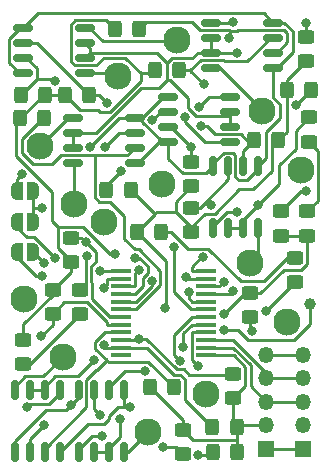
<source format=gbr>
G04 #@! TF.GenerationSoftware,KiCad,Pcbnew,8.0.7*
G04 #@! TF.CreationDate,2025-05-03T20:28:39+02:00*
G04 #@! TF.ProjectId,EM7SEG_DRIVER,454d3753-4547-45f4-9452-495645522e6b,rev?*
G04 #@! TF.SameCoordinates,Original*
G04 #@! TF.FileFunction,Copper,L2,Bot*
G04 #@! TF.FilePolarity,Positive*
%FSLAX46Y46*%
G04 Gerber Fmt 4.6, Leading zero omitted, Abs format (unit mm)*
G04 Created by KiCad (PCBNEW 8.0.7) date 2025-05-03 20:28:39*
%MOMM*%
%LPD*%
G01*
G04 APERTURE LIST*
G04 Aperture macros list*
%AMRoundRect*
0 Rectangle with rounded corners*
0 $1 Rounding radius*
0 $2 $3 $4 $5 $6 $7 $8 $9 X,Y pos of 4 corners*
0 Add a 4 corners polygon primitive as box body*
4,1,4,$2,$3,$4,$5,$6,$7,$8,$9,$2,$3,0*
0 Add four circle primitives for the rounded corners*
1,1,$1+$1,$2,$3*
1,1,$1+$1,$4,$5*
1,1,$1+$1,$6,$7*
1,1,$1+$1,$8,$9*
0 Add four rect primitives between the rounded corners*
20,1,$1+$1,$2,$3,$4,$5,0*
20,1,$1+$1,$4,$5,$6,$7,0*
20,1,$1+$1,$6,$7,$8,$9,0*
20,1,$1+$1,$8,$9,$2,$3,0*%
%AMFreePoly0*
4,1,19,0.500000,-0.750000,0.000000,-0.750000,0.000000,-0.744911,-0.071157,-0.744911,-0.207708,-0.704816,-0.327430,-0.627875,-0.420627,-0.520320,-0.479746,-0.390866,-0.500000,-0.250000,-0.500000,0.250000,-0.479746,0.390866,-0.420627,0.520320,-0.327430,0.627875,-0.207708,0.704816,-0.071157,0.744911,0.000000,0.744911,0.000000,0.750000,0.500000,0.750000,0.500000,-0.750000,0.500000,-0.750000,
$1*%
%AMFreePoly1*
4,1,19,0.000000,0.744911,0.071157,0.744911,0.207708,0.704816,0.327430,0.627875,0.420627,0.520320,0.479746,0.390866,0.500000,0.250000,0.500000,-0.250000,0.479746,-0.390866,0.420627,-0.520320,0.327430,-0.627875,0.207708,-0.704816,0.071157,-0.744911,0.000000,-0.744911,0.000000,-0.750000,-0.500000,-0.750000,-0.500000,0.750000,0.000000,0.750000,0.000000,0.744911,0.000000,0.744911,
$1*%
G04 Aperture macros list end*
G04 #@! TA.AperFunction,ComponentPad*
%ADD10C,2.300000*%
G04 #@! TD*
G04 #@! TA.AperFunction,SMDPad,CuDef*
%ADD11RoundRect,0.250000X0.450000X-0.325000X0.450000X0.325000X-0.450000X0.325000X-0.450000X-0.325000X0*%
G04 #@! TD*
G04 #@! TA.AperFunction,SMDPad,CuDef*
%ADD12RoundRect,0.150000X0.150000X-0.675000X0.150000X0.675000X-0.150000X0.675000X-0.150000X-0.675000X0*%
G04 #@! TD*
G04 #@! TA.AperFunction,SMDPad,CuDef*
%ADD13RoundRect,0.250000X-0.450000X0.325000X-0.450000X-0.325000X0.450000X-0.325000X0.450000X0.325000X0*%
G04 #@! TD*
G04 #@! TA.AperFunction,SMDPad,CuDef*
%ADD14RoundRect,0.250000X0.325000X0.450000X-0.325000X0.450000X-0.325000X-0.450000X0.325000X-0.450000X0*%
G04 #@! TD*
G04 #@! TA.AperFunction,SMDPad,CuDef*
%ADD15FreePoly0,0.000000*%
G04 #@! TD*
G04 #@! TA.AperFunction,SMDPad,CuDef*
%ADD16FreePoly1,0.000000*%
G04 #@! TD*
G04 #@! TA.AperFunction,SMDPad,CuDef*
%ADD17RoundRect,0.150000X0.675000X0.150000X-0.675000X0.150000X-0.675000X-0.150000X0.675000X-0.150000X0*%
G04 #@! TD*
G04 #@! TA.AperFunction,SMDPad,CuDef*
%ADD18RoundRect,0.150000X-0.675000X-0.150000X0.675000X-0.150000X0.675000X0.150000X-0.675000X0.150000X0*%
G04 #@! TD*
G04 #@! TA.AperFunction,ComponentPad*
%ADD19R,1.350000X1.350000*%
G04 #@! TD*
G04 #@! TA.AperFunction,ComponentPad*
%ADD20O,1.350000X1.350000*%
G04 #@! TD*
G04 #@! TA.AperFunction,SMDPad,CuDef*
%ADD21RoundRect,0.150000X-0.150000X0.675000X-0.150000X-0.675000X0.150000X-0.675000X0.150000X0.675000X0*%
G04 #@! TD*
G04 #@! TA.AperFunction,SMDPad,CuDef*
%ADD22RoundRect,0.250000X-0.325000X-0.450000X0.325000X-0.450000X0.325000X0.450000X-0.325000X0.450000X0*%
G04 #@! TD*
G04 #@! TA.AperFunction,SMDPad,CuDef*
%ADD23C,1.000000*%
G04 #@! TD*
G04 #@! TA.AperFunction,SMDPad,CuDef*
%ADD24R,1.750000X0.450000*%
G04 #@! TD*
G04 #@! TA.AperFunction,ViaPad*
%ADD25C,0.800000*%
G04 #@! TD*
G04 #@! TA.AperFunction,Conductor*
%ADD26C,0.250000*%
G04 #@! TD*
G04 APERTURE END LIST*
D10*
X40220900Y-29286200D03*
X35217100Y-32258000D03*
X47459900Y-35280600D03*
X50711100Y-40284400D03*
X46393100Y-48158400D03*
X49517300Y-53111400D03*
X37757100Y-62458600D03*
X42684700Y-59232800D03*
X30543500Y-56083200D03*
X27292300Y-51155600D03*
X31483300Y-43129200D03*
X28613100Y-38252400D03*
X39001700Y-41452800D03*
X34074100Y-44678600D03*
D11*
X46456600Y-52714000D03*
X46456600Y-50664000D03*
D12*
X35737800Y-64131100D03*
X34467800Y-64131100D03*
X33197800Y-64131100D03*
X31927800Y-64131100D03*
X31927800Y-58881100D03*
X33197800Y-58881100D03*
X34467800Y-58881100D03*
X35737800Y-58881100D03*
D13*
X27228800Y-54626400D03*
X27228800Y-56676400D03*
D11*
X32024300Y-52424400D03*
X32024300Y-50374400D03*
D14*
X45288200Y-62052200D03*
X43238200Y-62052200D03*
D11*
X44983400Y-59546600D03*
X44983400Y-57496600D03*
D15*
X26731200Y-44627800D03*
D16*
X28031200Y-44627800D03*
D17*
X32444600Y-28232100D03*
X32444600Y-29502100D03*
X32444600Y-30772100D03*
X32444600Y-32042100D03*
X27194600Y-32042100D03*
X27194600Y-30772100D03*
X27194600Y-29502100D03*
X27194600Y-28232100D03*
D18*
X43145800Y-31584900D03*
X43145800Y-30314900D03*
X43145800Y-29044900D03*
X43145800Y-27774900D03*
X48395800Y-27774900D03*
X48395800Y-29044900D03*
X48395800Y-30314900D03*
X48395800Y-31584900D03*
X31416100Y-39657000D03*
X31416100Y-38387000D03*
X31416100Y-37117000D03*
X31416100Y-35847000D03*
X36666100Y-35847000D03*
X36666100Y-37117000D03*
X36666100Y-38387000D03*
X36666100Y-39657000D03*
D15*
X26731200Y-47231300D03*
D16*
X28031200Y-47231300D03*
D19*
X50901600Y-63881000D03*
D20*
X50901600Y-61881000D03*
X50901600Y-59881000D03*
X50901600Y-57881000D03*
X50901600Y-55881000D03*
D13*
X51142900Y-28959700D03*
X51142900Y-31009700D03*
D12*
X47094100Y-45208100D03*
X45824100Y-45208100D03*
X44554100Y-45208100D03*
X43284100Y-45208100D03*
X43284100Y-39958100D03*
X44554100Y-39958100D03*
X45824100Y-39958100D03*
X47094100Y-39958100D03*
D11*
X51402000Y-37849900D03*
X51402000Y-35799900D03*
D17*
X44745800Y-34056300D03*
X44745800Y-35326300D03*
X44745800Y-36596300D03*
X44745800Y-37866300D03*
X39495800Y-37866300D03*
X39495800Y-36596300D03*
X39495800Y-35326300D03*
X39495800Y-34056300D03*
D21*
X26492200Y-58881100D03*
X27762200Y-58881100D03*
X29032200Y-58881100D03*
X30302200Y-58881100D03*
X30302200Y-64131100D03*
X29032200Y-64131100D03*
X27762200Y-64131100D03*
X26492200Y-64131100D03*
D19*
X47802800Y-63881000D03*
D20*
X47802800Y-61881000D03*
X47802800Y-59881000D03*
X47802800Y-57881000D03*
X47802800Y-55881000D03*
D15*
X26731200Y-42024300D03*
D16*
X28031200Y-42024300D03*
D14*
X38871000Y-45478700D03*
X36821000Y-45478700D03*
D11*
X49034700Y-45805200D03*
X49034700Y-43755200D03*
X51282600Y-45817900D03*
X51282600Y-43767900D03*
D13*
X50190400Y-47679500D03*
X50190400Y-49729500D03*
D14*
X45309900Y-64152800D03*
X43259900Y-64152800D03*
D22*
X26988700Y-33901400D03*
X29038700Y-33901400D03*
D14*
X32780100Y-33901400D03*
X30730100Y-33901400D03*
X40420400Y-31831300D03*
X38370400Y-31831300D03*
X37054900Y-28323100D03*
X35004900Y-28323100D03*
D13*
X41427400Y-43463100D03*
X41427400Y-45513100D03*
D22*
X46772700Y-37716500D03*
X48822700Y-37716500D03*
D11*
X40713700Y-64311600D03*
X40713700Y-62261600D03*
D14*
X51583700Y-33474700D03*
X49533700Y-33474700D03*
X39968300Y-58658800D03*
X37918300Y-58658800D03*
D11*
X29700200Y-52437100D03*
X29700200Y-50387100D03*
D13*
X31234400Y-45982800D03*
X31234400Y-48032800D03*
X41432500Y-39597200D03*
X41432500Y-41647200D03*
D22*
X34255600Y-41920200D03*
X36305600Y-41920200D03*
D14*
X29008200Y-35892700D03*
X26958200Y-35892700D03*
D23*
X51460400Y-51638200D03*
D24*
X35516000Y-55943000D03*
X35516000Y-55293000D03*
X35516001Y-54643000D03*
X35516000Y-53993000D03*
X35516000Y-53343001D03*
X35516000Y-52693000D03*
X35516000Y-52043000D03*
X35516000Y-51392999D03*
X35516000Y-50743000D03*
X35516001Y-50093000D03*
X35516000Y-49443000D03*
X35516000Y-48793000D03*
X42716000Y-48793000D03*
X42716000Y-49443000D03*
X42715999Y-50093000D03*
X42716000Y-50743000D03*
X42716000Y-51392999D03*
X42716000Y-52043000D03*
X42716000Y-52693000D03*
X42716000Y-53343001D03*
X42716000Y-53993000D03*
X42715999Y-54643000D03*
X42716000Y-55293000D03*
X42716000Y-55943000D03*
D25*
X41995000Y-56835800D03*
X42049300Y-64348400D03*
X28805700Y-49249800D03*
X34021200Y-55100100D03*
X29910100Y-47664700D03*
X37008000Y-54567800D03*
X27089600Y-40635500D03*
X34024400Y-50210600D03*
X44199400Y-53793800D03*
X37005200Y-48714400D03*
X47762500Y-52157400D03*
X51165100Y-42055000D03*
X51142900Y-27772500D03*
X46623500Y-53912800D03*
X39220600Y-51936200D03*
X35004700Y-47396600D03*
X45328000Y-43804200D03*
X45018100Y-27727400D03*
X33904400Y-62807600D03*
X27517900Y-60310200D03*
X40922000Y-35784700D03*
X42105500Y-34917200D03*
X38099400Y-49670900D03*
X41432500Y-38275400D03*
X38161200Y-36034400D03*
X36643900Y-47691700D03*
X35486400Y-40371800D03*
X34128100Y-38286000D03*
X32539200Y-46386600D03*
X28947800Y-61825500D03*
X28736500Y-54346500D03*
X41216900Y-50552100D03*
X43130900Y-43221600D03*
X39020500Y-63723000D03*
X40508700Y-56398800D03*
X33747900Y-61036800D03*
X39990600Y-46753000D03*
X42262200Y-36495700D03*
X40782300Y-55262500D03*
X50283300Y-34775100D03*
X37555500Y-57276000D03*
X42405700Y-47652900D03*
X29891100Y-32753000D03*
X44201400Y-49736800D03*
X42487800Y-32990000D03*
X40970200Y-49357500D03*
X34284500Y-34587700D03*
X47075300Y-43216100D03*
X45358600Y-30314900D03*
X33244900Y-56374900D03*
X35373300Y-61319600D03*
X28951000Y-48151100D03*
X33711200Y-48785300D03*
X32574400Y-47572100D03*
X32909700Y-38273200D03*
X28837800Y-43436600D03*
X44210700Y-52479400D03*
X36226900Y-60290600D03*
X31256500Y-60123000D03*
X44936800Y-50505000D03*
X44600700Y-29118200D03*
D26*
X42716000Y-53993000D02*
X41515900Y-53993000D01*
X41515900Y-56356700D02*
X41995000Y-56835800D01*
X41515900Y-53993000D02*
X41515900Y-56356700D01*
X43064300Y-64348400D02*
X43259900Y-64152800D01*
X42049300Y-64348400D02*
X43064300Y-64348400D01*
X26731200Y-47652200D02*
X26731200Y-47231300D01*
X28328800Y-49249800D02*
X26731200Y-47652200D01*
X28805700Y-49249800D02*
X28328800Y-49249800D01*
X40936600Y-59750600D02*
X43238200Y-62052200D01*
X40936600Y-57978800D02*
X40936600Y-59750600D01*
X40531900Y-57574100D02*
X40936600Y-57978800D01*
X40014300Y-57574100D02*
X40531900Y-57574100D01*
X37733200Y-55293000D02*
X40014300Y-57574100D01*
X36716100Y-55293000D02*
X37733200Y-55293000D01*
X36116100Y-55293000D02*
X36716100Y-55293000D01*
X36116100Y-55293000D02*
X35516000Y-55293000D01*
X28165500Y-45920100D02*
X29910100Y-47664700D01*
X27512600Y-45920100D02*
X28165500Y-45920100D01*
X26731200Y-45138700D02*
X27512600Y-45920100D01*
X26731200Y-44627800D02*
X26731200Y-45138700D01*
X34214100Y-55293000D02*
X34021200Y-55100100D01*
X35516000Y-55293000D02*
X34214100Y-55293000D01*
X35516000Y-54643000D02*
X36716100Y-54643000D01*
X26731200Y-40993900D02*
X27089600Y-40635500D01*
X26731200Y-42024300D02*
X26731200Y-40993900D01*
X36932800Y-54643000D02*
X37008000Y-54567800D01*
X36716100Y-54643000D02*
X36932800Y-54643000D01*
X44905900Y-57574100D02*
X44983400Y-57496600D01*
X41281100Y-57574100D02*
X44905900Y-57574100D01*
X40831000Y-57124000D02*
X41281100Y-57574100D01*
X40200800Y-57124000D02*
X40831000Y-57124000D01*
X37644600Y-54567800D02*
X40200800Y-57124000D01*
X37008000Y-54567800D02*
X37644600Y-54567800D01*
X35516000Y-49443000D02*
X34315900Y-49443000D01*
X45420300Y-53793800D02*
X44199400Y-53793800D01*
X46272900Y-54646400D02*
X45420300Y-53793800D01*
X50124900Y-54646400D02*
X46272900Y-54646400D01*
X51460400Y-53310900D02*
X50124900Y-54646400D01*
X51460400Y-51638200D02*
X51460400Y-53310900D01*
X34315900Y-49919100D02*
X34024400Y-50210600D01*
X34315900Y-49443000D02*
X34315900Y-49919100D01*
X50901600Y-57881000D02*
X49901500Y-57881000D01*
X47802800Y-57881000D02*
X49901500Y-57881000D01*
X42716000Y-54643000D02*
X43916100Y-54643000D01*
X44995800Y-54643000D02*
X43916100Y-54643000D01*
X47802800Y-57450000D02*
X44995800Y-54643000D01*
X47802800Y-57881000D02*
X47802800Y-57450000D01*
X50901600Y-59881000D02*
X49901500Y-59881000D01*
X47802800Y-59881000D02*
X49901500Y-59881000D01*
X42716000Y-55293000D02*
X43916100Y-55293000D01*
X45009200Y-55293000D02*
X43916100Y-55293000D01*
X46470500Y-56754300D02*
X45009200Y-55293000D01*
X46470500Y-58548700D02*
X46470500Y-56754300D01*
X47802800Y-59881000D02*
X46470500Y-58548700D01*
X47762500Y-52157400D02*
X50190400Y-49729500D01*
X35516000Y-50093000D02*
X36716100Y-50093000D01*
X36716100Y-49003500D02*
X37005200Y-48714400D01*
X36716100Y-50093000D02*
X36716100Y-49003500D01*
X39748400Y-45478700D02*
X38871000Y-45478700D01*
X41182800Y-46913100D02*
X39748400Y-45478700D01*
X42886400Y-46913100D02*
X41182800Y-46913100D01*
X45617100Y-49643800D02*
X42886400Y-46913100D01*
X47560800Y-49643800D02*
X45617100Y-49643800D01*
X49525100Y-47679500D02*
X47560800Y-49643800D01*
X50190400Y-47679500D02*
X49525100Y-47679500D01*
X52197400Y-38645300D02*
X51402000Y-37849900D01*
X52197400Y-42853100D02*
X52197400Y-38645300D01*
X51282600Y-43767900D02*
X52197400Y-42853100D01*
X51142900Y-27772500D02*
X51142900Y-28959700D01*
X50734900Y-42055000D02*
X51165100Y-42055000D01*
X49034700Y-43755200D02*
X50734900Y-42055000D01*
X27772300Y-56676400D02*
X27228800Y-56676400D01*
X32024300Y-52424400D02*
X27772300Y-56676400D01*
X49533700Y-32618900D02*
X49533700Y-33474700D01*
X51142900Y-31009700D02*
X49533700Y-32618900D01*
X47802800Y-61881000D02*
X46802700Y-61881000D01*
X45288200Y-61881000D02*
X46802700Y-61881000D01*
X44983400Y-61576200D02*
X45288200Y-61881000D01*
X44983400Y-59546600D02*
X44983400Y-61576200D01*
X27228800Y-53305400D02*
X27228800Y-54626400D01*
X29700200Y-50834000D02*
X27228800Y-53305400D01*
X29700200Y-50387100D02*
X29700200Y-50834000D01*
X46456600Y-53745900D02*
X46623500Y-53912800D01*
X46456600Y-52714000D02*
X46456600Y-53745900D01*
X31234400Y-48852900D02*
X31234400Y-48032800D01*
X29700200Y-50387100D02*
X31234400Y-48852900D01*
X40144800Y-42934900D02*
X41432500Y-41647200D01*
X40144800Y-43841100D02*
X40144800Y-42934900D01*
X36305600Y-41920200D02*
X38342600Y-43957100D01*
X36821000Y-45478700D02*
X38342600Y-43957100D01*
X38458600Y-43841100D02*
X40144800Y-43841100D01*
X38342600Y-43957100D02*
X38458600Y-43841100D01*
X46020300Y-58509700D02*
X44983400Y-59546600D01*
X46020300Y-56940800D02*
X46020300Y-58509700D01*
X45022500Y-55943000D02*
X46020300Y-56940800D01*
X43916100Y-55943000D02*
X45022500Y-55943000D01*
X49533700Y-37005500D02*
X48822700Y-37716500D01*
X49533700Y-33474700D02*
X49533700Y-37005500D01*
X41427400Y-45513100D02*
X41427400Y-45123700D01*
X41427400Y-45123700D02*
X40144800Y-43841100D01*
X48247900Y-38291300D02*
X48822700Y-37716500D01*
X48247900Y-40320800D02*
X48247900Y-38291300D01*
X46705700Y-41863000D02*
X48247900Y-40320800D01*
X45514900Y-41863000D02*
X46705700Y-41863000D01*
X43431200Y-43946700D02*
X45514900Y-41863000D01*
X42604400Y-43946700D02*
X43431200Y-43946700D01*
X41427400Y-45123700D02*
X42604400Y-43946700D01*
X29038700Y-33901400D02*
X30730100Y-33901400D01*
X28949500Y-33901400D02*
X29038700Y-33901400D01*
X26958200Y-35892700D02*
X28949500Y-33901400D01*
X38129300Y-32072400D02*
X38370400Y-31831300D01*
X37154600Y-32072400D02*
X38129300Y-32072400D01*
X37154600Y-32745200D02*
X37154600Y-32072400D01*
X34586900Y-35312900D02*
X37154600Y-32745200D01*
X33681300Y-35312900D02*
X34586900Y-35312900D01*
X33545700Y-35177300D02*
X33681300Y-35312900D01*
X32006000Y-35177300D02*
X33545700Y-35177300D01*
X30730100Y-33901400D02*
X32006000Y-35177300D01*
X34258600Y-27576800D02*
X35004900Y-28323100D01*
X31599500Y-27576800D02*
X34258600Y-27576800D01*
X31239200Y-27937100D02*
X31599500Y-27576800D01*
X31239200Y-31075100D02*
X31239200Y-27937100D01*
X31571200Y-31407100D02*
X31239200Y-31075100D01*
X33395800Y-31407100D02*
X31571200Y-31407100D01*
X34036800Y-30766100D02*
X33395800Y-31407100D01*
X35848300Y-30766100D02*
X34036800Y-30766100D01*
X37154600Y-32072400D02*
X35848300Y-30766100D01*
X45288200Y-61881000D02*
X45288200Y-62052200D01*
X45288200Y-62052200D02*
X45288200Y-63102500D01*
X45309900Y-63124200D02*
X45309900Y-64152800D01*
X45288200Y-63102500D02*
X45309900Y-63124200D01*
X40713700Y-61454200D02*
X40713700Y-62261600D01*
X37918300Y-58658800D02*
X40713700Y-61454200D01*
X41554600Y-63102500D02*
X45288200Y-63102500D01*
X40713700Y-62261600D02*
X41554600Y-63102500D01*
X43316100Y-55943000D02*
X43241400Y-55943000D01*
X42716000Y-55943000D02*
X43241400Y-55943000D01*
X43316100Y-55943000D02*
X43916100Y-55943000D01*
X39328600Y-47986300D02*
X36821000Y-45478700D01*
X39328600Y-51828200D02*
X39328600Y-47986300D01*
X39220600Y-51936200D02*
X39328600Y-51828200D01*
X32258100Y-45079900D02*
X30173600Y-45079900D01*
X34574800Y-47396600D02*
X32258100Y-45079900D01*
X35004700Y-47396600D02*
X34574800Y-47396600D01*
X30173600Y-46870300D02*
X30173600Y-45079900D01*
X31234400Y-47931100D02*
X30173600Y-46870300D01*
X31234400Y-48032800D02*
X31234400Y-47931100D01*
X26618300Y-36232600D02*
X26958200Y-35892700D01*
X26618300Y-39062300D02*
X26618300Y-36232600D01*
X29691400Y-42135400D02*
X26618300Y-39062300D01*
X29691400Y-44597700D02*
X29691400Y-42135400D01*
X30173600Y-45079900D02*
X29691400Y-44597700D01*
X47094100Y-47457400D02*
X46393100Y-48158400D01*
X47094100Y-45208100D02*
X47094100Y-47457400D01*
X44436500Y-43804200D02*
X45328000Y-43804200D01*
X43284100Y-44956600D02*
X44436500Y-43804200D01*
X43284100Y-45208100D02*
X43284100Y-44956600D01*
X47459900Y-35193000D02*
X47459900Y-35280600D01*
X43851800Y-31584900D02*
X47459900Y-35193000D01*
X43145800Y-31584900D02*
X43851800Y-31584900D01*
X44970600Y-27774900D02*
X45018100Y-27727400D01*
X43145800Y-27774900D02*
X44970600Y-27774900D01*
X35001200Y-32042100D02*
X35217100Y-32258000D01*
X32444600Y-32042100D02*
X35001200Y-32042100D01*
X40154700Y-29352400D02*
X40220900Y-29286200D01*
X33940000Y-29352400D02*
X40154700Y-29352400D01*
X32819700Y-28232100D02*
X33940000Y-29352400D01*
X32444600Y-28232100D02*
X32819700Y-28232100D01*
X36084600Y-64131100D02*
X37757100Y-62458600D01*
X35737800Y-64131100D02*
X36084600Y-64131100D01*
X33019400Y-62807600D02*
X33904400Y-62807600D01*
X31927800Y-63899200D02*
X33019400Y-62807600D01*
X31927800Y-64131100D02*
X31927800Y-63899200D01*
X27796200Y-60031900D02*
X27517900Y-60310200D01*
X29399900Y-60031900D02*
X27796200Y-60031900D01*
X30302200Y-59129600D02*
X29399900Y-60031900D01*
X30302200Y-58881100D02*
X30302200Y-59129600D01*
X28896400Y-57730300D02*
X30543500Y-56083200D01*
X27365500Y-57730300D02*
X28896400Y-57730300D01*
X26492200Y-58603600D02*
X27365500Y-57730300D01*
X26492200Y-58881100D02*
X26492200Y-58603600D01*
X40922000Y-36180900D02*
X40922000Y-35784700D01*
X42607400Y-37866300D02*
X40922000Y-36180900D01*
X44745800Y-37866300D02*
X42607400Y-37866300D01*
X42966400Y-34056300D02*
X42105500Y-34917200D01*
X44745800Y-34056300D02*
X42966400Y-34056300D01*
X31018500Y-35847000D02*
X28613100Y-38252400D01*
X31416100Y-35847000D02*
X31018500Y-35847000D01*
X31483300Y-39724200D02*
X31483300Y-43129200D01*
X31416100Y-39657000D02*
X31483300Y-39724200D01*
X39753400Y-36596300D02*
X41432500Y-38275400D01*
X39495800Y-36596300D02*
X39753400Y-36596300D01*
X41432500Y-38275400D02*
X41432500Y-39597200D01*
X38099300Y-49670900D02*
X38099400Y-49670900D01*
X38099300Y-50038500D02*
X38099300Y-49670900D01*
X36744800Y-51393000D02*
X38099300Y-50038500D01*
X35516000Y-51393000D02*
X36744800Y-51393000D01*
X38869300Y-35326300D02*
X39495800Y-35326300D01*
X38161200Y-36034400D02*
X38869300Y-35326300D01*
X35516000Y-50743000D02*
X36716100Y-50743000D01*
X34255600Y-41602600D02*
X35486400Y-40371800D01*
X34255600Y-41920200D02*
X34255600Y-41602600D01*
X37008100Y-47691700D02*
X36643900Y-47691700D01*
X37741200Y-48424800D02*
X37008100Y-47691700D01*
X37741200Y-49003800D02*
X37741200Y-48424800D01*
X37373200Y-49371800D02*
X37741200Y-49003800D01*
X37373200Y-50085900D02*
X37373200Y-49371800D01*
X36716100Y-50743000D02*
X37373200Y-50085900D01*
X33436800Y-57208700D02*
X34270600Y-56374900D01*
X33352600Y-57208700D02*
X33436800Y-57208700D01*
X32562800Y-57998500D02*
X33352600Y-57208700D01*
X32562800Y-60364200D02*
X32562800Y-57998500D01*
X29032200Y-63894800D02*
X32562800Y-60364200D01*
X29032200Y-64131100D02*
X29032200Y-63894800D01*
X33283700Y-55388000D02*
X34270600Y-56374900D01*
X33283700Y-54808200D02*
X33283700Y-55388000D01*
X34098900Y-53993000D02*
X33283700Y-54808200D01*
X35516000Y-53993000D02*
X34098900Y-53993000D01*
X37810700Y-56501200D02*
X39968300Y-58658800D01*
X34396900Y-56501200D02*
X37810700Y-56501200D01*
X34270600Y-56374900D02*
X34396900Y-56501200D01*
X32135400Y-45982800D02*
X32539200Y-46386600D01*
X31234400Y-45982800D02*
X32135400Y-45982800D01*
X34600100Y-52693000D02*
X35516000Y-52693000D01*
X33050400Y-51143300D02*
X34600100Y-52693000D01*
X33050400Y-49811000D02*
X33050400Y-51143300D01*
X32970500Y-49731100D02*
X33050400Y-49811000D01*
X32970500Y-48392900D02*
X32970500Y-49731100D01*
X33342100Y-48021300D02*
X32970500Y-48392900D01*
X33342100Y-47189500D02*
X33342100Y-48021300D01*
X32539200Y-46386600D02*
X33342100Y-47189500D01*
X35297100Y-37117000D02*
X34128100Y-38286000D01*
X36666100Y-37117000D02*
X35297100Y-37117000D01*
X30673000Y-51464300D02*
X29700200Y-52437100D01*
X32654000Y-51464300D02*
X30673000Y-51464300D01*
X34315900Y-53126200D02*
X32654000Y-51464300D01*
X34315900Y-53343000D02*
X34315900Y-53126200D01*
X35516000Y-53343000D02*
X34315900Y-53343000D01*
X29700200Y-53382800D02*
X29700200Y-52437100D01*
X28736500Y-54346500D02*
X29700200Y-53382800D01*
X27762200Y-63011100D02*
X28947800Y-61825500D01*
X27762200Y-64131100D02*
X27762200Y-63011100D01*
X33257400Y-42582600D02*
X33257400Y-39022000D01*
X33646800Y-42972000D02*
X33257400Y-42582600D01*
X34536800Y-42972000D02*
X33646800Y-42972000D01*
X35740800Y-44176000D02*
X34536800Y-42972000D01*
X35740800Y-46062000D02*
X35740800Y-44176000D01*
X36645300Y-46966500D02*
X35740800Y-46062000D01*
X37033100Y-46966500D02*
X36645300Y-46966500D01*
X38836400Y-48769800D02*
X37033100Y-46966500D01*
X38836400Y-50007400D02*
X38836400Y-48769800D01*
X36800800Y-52043000D02*
X38836400Y-50007400D01*
X35516000Y-52043000D02*
X36800800Y-52043000D01*
X36031100Y-39022000D02*
X33257400Y-39022000D01*
X36666100Y-38387000D02*
X36031100Y-39022000D01*
X28876000Y-35892700D02*
X29008200Y-35892700D01*
X27103600Y-37665100D02*
X28876000Y-35892700D01*
X27103600Y-38831400D02*
X27103600Y-37665100D01*
X28005200Y-39733000D02*
X27103600Y-38831400D01*
X29689200Y-39733000D02*
X28005200Y-39733000D01*
X30400200Y-39022000D02*
X29689200Y-39733000D01*
X33257400Y-39022000D02*
X30400200Y-39022000D01*
X42716000Y-51393000D02*
X41515900Y-51393000D01*
X41216900Y-51094000D02*
X41216900Y-50552100D01*
X41515900Y-51393000D02*
X41216900Y-51094000D01*
X42760400Y-42851100D02*
X43130900Y-43221600D01*
X44554100Y-41057400D02*
X42760400Y-42851100D01*
X44554100Y-39958100D02*
X44554100Y-41057400D01*
X42148400Y-43463100D02*
X41427400Y-43463100D01*
X42760400Y-42851100D02*
X42148400Y-43463100D01*
X40125100Y-63723000D02*
X39020500Y-63723000D01*
X40713700Y-64311600D02*
X40125100Y-63723000D01*
X42716000Y-52693000D02*
X41515900Y-52693000D01*
X40020900Y-55911000D02*
X40508700Y-56398800D01*
X40020900Y-54188000D02*
X40020900Y-55911000D01*
X41515900Y-52693000D02*
X40020900Y-54188000D01*
X33197800Y-60486700D02*
X33197800Y-58881100D01*
X33747900Y-61036800D02*
X33197800Y-60486700D01*
X45824100Y-38665100D02*
X46436100Y-38053100D01*
X45824100Y-39958100D02*
X45824100Y-38665100D01*
X46436100Y-38053100D02*
X46772700Y-37716500D01*
X42742700Y-36495700D02*
X42262200Y-36495700D01*
X43478300Y-37231300D02*
X42742700Y-36495700D01*
X45614200Y-37231300D02*
X43478300Y-37231300D01*
X46436100Y-38053100D02*
X45614200Y-37231300D01*
X39990600Y-50570800D02*
X39990600Y-46753000D01*
X41462800Y-52043000D02*
X39990600Y-50570800D01*
X42716000Y-52043000D02*
X41462800Y-52043000D01*
X51583700Y-33474700D02*
X50283300Y-34775100D01*
X42716000Y-53343000D02*
X41515900Y-53343000D01*
X35826500Y-57276000D02*
X37555500Y-57276000D01*
X34467800Y-58634700D02*
X35826500Y-57276000D01*
X34467800Y-58881100D02*
X34467800Y-58634700D01*
X40782300Y-54076600D02*
X40782300Y-55262500D01*
X41515900Y-53343000D02*
X40782300Y-54076600D01*
X42716000Y-48793000D02*
X41515900Y-48793000D01*
X29682800Y-32544700D02*
X29891100Y-32753000D01*
X28345400Y-32544700D02*
X29682800Y-32544700D01*
X26988700Y-33901400D02*
X28345400Y-32544700D01*
X27486200Y-30772100D02*
X27194600Y-30772100D01*
X28345400Y-31631300D02*
X27486200Y-30772100D01*
X28345400Y-32544700D02*
X28345400Y-31631300D01*
X42290100Y-47652900D02*
X42405700Y-47652900D01*
X41515900Y-48427100D02*
X42290100Y-47652900D01*
X41515900Y-48793000D02*
X41515900Y-48427100D01*
X43916100Y-50022100D02*
X44201400Y-49736800D01*
X43916100Y-50093000D02*
X43916100Y-50022100D01*
X41366100Y-31831300D02*
X40420400Y-31831300D01*
X42716000Y-50093000D02*
X43916100Y-50093000D01*
X41366100Y-31868300D02*
X42487800Y-32990000D01*
X41366100Y-31831300D02*
X41366100Y-31868300D01*
X48164600Y-29044900D02*
X48395800Y-29044900D01*
X46148300Y-31061200D02*
X48164600Y-29044900D01*
X44284900Y-31061200D02*
X46148300Y-31061200D01*
X44164400Y-30940700D02*
X44284900Y-31061200D01*
X42256700Y-30940700D02*
X44164400Y-30940700D01*
X41366100Y-31831300D02*
X42256700Y-30940700D01*
X28380800Y-29502100D02*
X27194600Y-29502100D01*
X32780100Y-33901400D02*
X28380800Y-29502100D01*
X33598200Y-33901400D02*
X32780100Y-33901400D01*
X34284500Y-34587700D02*
X33598200Y-33901400D01*
X41055700Y-49443000D02*
X40970200Y-49357500D01*
X42716000Y-49443000D02*
X41055700Y-49443000D01*
X50901600Y-55881000D02*
X49901500Y-55881000D01*
X49901500Y-55881000D02*
X47802800Y-55881000D01*
X34467800Y-64131100D02*
X33197800Y-64131100D01*
X44554100Y-45208100D02*
X45824100Y-45208100D01*
X50273300Y-36928600D02*
X51402000Y-35799900D01*
X50273300Y-38471000D02*
X50273300Y-36928600D01*
X48875600Y-39868700D02*
X50273300Y-38471000D01*
X48875600Y-41415800D02*
X48875600Y-39868700D01*
X47075300Y-43216100D02*
X48875600Y-41415800D01*
X45824100Y-44467300D02*
X45824100Y-45208100D01*
X47075300Y-43216100D02*
X45824100Y-44467300D01*
X43145800Y-30314900D02*
X45358600Y-30314900D01*
X31889700Y-57730100D02*
X33244900Y-56374900D01*
X29943500Y-57730100D02*
X31889700Y-57730100D01*
X29032200Y-58641400D02*
X29943500Y-57730100D01*
X29032200Y-58881100D02*
X29032200Y-58641400D01*
X29032200Y-58881100D02*
X27762200Y-58881100D01*
X34467800Y-63795000D02*
X34467800Y-64131100D01*
X35373300Y-62889500D02*
X34467800Y-63795000D01*
X35373300Y-61319600D02*
X35373300Y-62889500D01*
X31416100Y-37117000D02*
X31416100Y-38387000D01*
X39630000Y-32632300D02*
X39395400Y-32632300D01*
X41129400Y-34131700D02*
X39630000Y-32632300D01*
X41129400Y-34966400D02*
X41129400Y-34131700D01*
X41822400Y-35659400D02*
X41129400Y-34966400D01*
X44745800Y-35659400D02*
X41822400Y-35659400D01*
X44745800Y-35326300D02*
X44745800Y-35659400D01*
X44745800Y-35659400D02*
X44745800Y-36596300D01*
X33419500Y-37117000D02*
X31416100Y-37117000D01*
X37229800Y-33306700D02*
X33419500Y-37117000D01*
X38721000Y-33306700D02*
X37229800Y-33306700D01*
X39395400Y-32632300D02*
X38721000Y-33306700D01*
X43145800Y-30314900D02*
X43145800Y-29044900D01*
X39395400Y-32632300D02*
X39395400Y-31199600D01*
X41987400Y-30314900D02*
X43145800Y-30314900D01*
X41519100Y-30783200D02*
X41987400Y-30314900D01*
X39811800Y-30783200D02*
X41519100Y-30783200D01*
X39395400Y-31199600D02*
X39811800Y-30783200D01*
X32903300Y-29960800D02*
X32444600Y-29502100D01*
X32903300Y-30313400D02*
X32903300Y-29960800D01*
X38509200Y-30313400D02*
X32903300Y-30313400D01*
X39395400Y-31199600D02*
X38509200Y-30313400D01*
X32903300Y-30313400D02*
X32444600Y-30772100D01*
X51216600Y-45817900D02*
X51282600Y-45817900D01*
X49047400Y-45817900D02*
X49034700Y-45805200D01*
X51216600Y-45817900D02*
X49047400Y-45817900D01*
X47802800Y-63881000D02*
X50901600Y-63881000D01*
X36666100Y-35847000D02*
X37275000Y-35847000D01*
X39065700Y-34056300D02*
X39495800Y-34056300D01*
X37275000Y-35847000D02*
X39065700Y-34056300D01*
X33718900Y-48793000D02*
X33711200Y-48785300D01*
X34315900Y-48793000D02*
X33718900Y-48793000D01*
X32501500Y-47645000D02*
X32574400Y-47572100D01*
X32501500Y-49897200D02*
X32501500Y-47645000D01*
X32024300Y-50374400D02*
X32501500Y-49897200D01*
X26908500Y-32042100D02*
X27194600Y-32042100D01*
X26036500Y-31170100D02*
X26908500Y-32042100D01*
X26036500Y-29162300D02*
X26036500Y-31170100D01*
X26966700Y-28232100D02*
X26036500Y-29162300D01*
X27194600Y-28232100D02*
X26966700Y-28232100D01*
X49296200Y-27774900D02*
X48395800Y-27774900D01*
X50015800Y-28494500D02*
X49296200Y-27774900D01*
X50015800Y-30234200D02*
X50015800Y-28494500D01*
X48665100Y-31584900D02*
X50015800Y-30234200D01*
X48395800Y-31584900D02*
X48665100Y-31584900D01*
X28472300Y-26954400D02*
X27194600Y-28232100D01*
X47575300Y-26954400D02*
X28472300Y-26954400D01*
X48395800Y-27774900D02*
X47575300Y-26954400D01*
X37275000Y-36173600D02*
X38840000Y-37738500D01*
X37275000Y-35847000D02*
X37275000Y-36173600D01*
X38967700Y-37866300D02*
X39495800Y-37866300D01*
X38840000Y-37738500D02*
X38967700Y-37866300D01*
X36921500Y-39657000D02*
X38840000Y-37738500D01*
X36666100Y-39657000D02*
X36921500Y-39657000D01*
X35516000Y-48793000D02*
X34315900Y-48793000D01*
X42718900Y-40523300D02*
X43284100Y-39958100D01*
X40732900Y-40523300D02*
X42718900Y-40523300D01*
X39495800Y-39286200D02*
X40732900Y-40523300D01*
X39495800Y-37866300D02*
X39495800Y-39286200D01*
X35335900Y-35847000D02*
X32909700Y-38273200D01*
X36666100Y-35847000D02*
X35335900Y-35847000D01*
X28837800Y-43436600D02*
X28031200Y-43436600D01*
X28031200Y-42024300D02*
X28031200Y-43436600D01*
X28031200Y-43436600D02*
X28031200Y-44627800D01*
X51216600Y-48242800D02*
X51216600Y-45817900D01*
X50762600Y-48696800D02*
X51216600Y-48242800D01*
X49260900Y-48696800D02*
X50762600Y-48696800D01*
X47293700Y-50664000D02*
X49260900Y-48696800D01*
X46456600Y-50664000D02*
X47293700Y-50664000D01*
X46026100Y-50664000D02*
X46456600Y-50664000D01*
X44210700Y-52479400D02*
X46026100Y-50664000D01*
X47094100Y-40186100D02*
X47094100Y-39958100D01*
X46165500Y-41114700D02*
X47094100Y-40186100D01*
X45472900Y-41114700D02*
X46165500Y-41114700D01*
X45189100Y-40830900D02*
X45472900Y-41114700D01*
X45189100Y-39011900D02*
X45189100Y-40830900D01*
X44954800Y-38777600D02*
X45189100Y-39011900D01*
X44192800Y-38777600D02*
X44954800Y-38777600D01*
X43284100Y-39686300D02*
X44192800Y-38777600D01*
X43284100Y-39958100D02*
X43284100Y-39686300D01*
X48395800Y-34130200D02*
X48395800Y-31584900D01*
X48935100Y-34669500D02*
X48395800Y-34130200D01*
X48935100Y-35891700D02*
X48935100Y-34669500D01*
X47797700Y-37029100D02*
X48935100Y-35891700D01*
X47797700Y-39254500D02*
X47797700Y-37029100D01*
X47094100Y-39958100D02*
X47797700Y-39254500D01*
X35737800Y-60290600D02*
X35737800Y-58881100D01*
X35737800Y-60290600D02*
X36226900Y-60290600D01*
X28031200Y-47231300D02*
X28951000Y-48151100D01*
X31927800Y-59451700D02*
X31256500Y-60123000D01*
X31927800Y-58881100D02*
X31927800Y-59451700D01*
X30842400Y-60537100D02*
X31256500Y-60123000D01*
X29143300Y-60537100D02*
X30842400Y-60537100D01*
X26492200Y-63188200D02*
X29143300Y-60537100D01*
X26492200Y-64131100D02*
X26492200Y-63188200D01*
X35283000Y-60290600D02*
X35737800Y-60290600D01*
X34473000Y-61100600D02*
X35283000Y-60290600D01*
X34473000Y-61337200D02*
X34473000Y-61100600D01*
X34048300Y-61761900D02*
X34473000Y-61337200D01*
X32671400Y-61761900D02*
X34048300Y-61761900D01*
X30302200Y-64131100D02*
X32671400Y-61761900D01*
X44698800Y-50743000D02*
X44936800Y-50505000D01*
X42716000Y-50743000D02*
X44698800Y-50743000D01*
X44684400Y-28419100D02*
X44751200Y-28485900D01*
X42174000Y-28419100D02*
X44684400Y-28419100D01*
X41519100Y-27764200D02*
X42174000Y-28419100D01*
X37613800Y-27764200D02*
X41519100Y-27764200D01*
X37054900Y-28323100D02*
X37613800Y-27764200D01*
X48677400Y-30314900D02*
X48395800Y-30314900D01*
X49546600Y-29445700D02*
X48677400Y-30314900D01*
X49546600Y-28672300D02*
X49546600Y-29445700D01*
X49274900Y-28400600D02*
X49546600Y-28672300D01*
X45420300Y-28400600D02*
X49274900Y-28400600D01*
X45335000Y-28485900D02*
X45420300Y-28400600D01*
X44751200Y-28485900D02*
X45335000Y-28485900D01*
X44751200Y-28967700D02*
X44600700Y-29118200D01*
X44751200Y-28485900D02*
X44751200Y-28967700D01*
M02*

</source>
